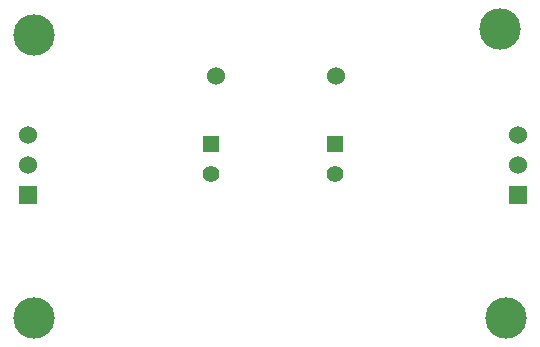
<source format=gts>
%FSLAX34Y34*%
G04 Gerber Fmt 3.4, Leading zero omitted, Abs format*
G04 (created by PCBNEW (2014-02-26 BZR 4721)-product) date Monday, 09 February 2015 12:03:13*
%MOIN*%
G01*
G70*
G90*
G04 APERTURE LIST*
%ADD10C,0.005906*%
%ADD11R,0.055000X0.055000*%
%ADD12C,0.055000*%
%ADD13R,0.060000X0.060000*%
%ADD14C,0.060000*%
%ADD15C,0.137795*%
G04 APERTURE END LIST*
G54D10*
G54D11*
X60236Y-45562D03*
G54D12*
X60236Y-46562D03*
G54D11*
X64370Y-45562D03*
G54D12*
X64370Y-46562D03*
G54D13*
X54133Y-47259D03*
G54D14*
X54133Y-46259D03*
X54133Y-45259D03*
G54D13*
X70472Y-47259D03*
G54D14*
X70472Y-46259D03*
X70472Y-45259D03*
X64401Y-43307D03*
X60401Y-43307D03*
G54D15*
X69866Y-41728D03*
X54314Y-41925D03*
X54314Y-51374D03*
X70062Y-51374D03*
M02*

</source>
